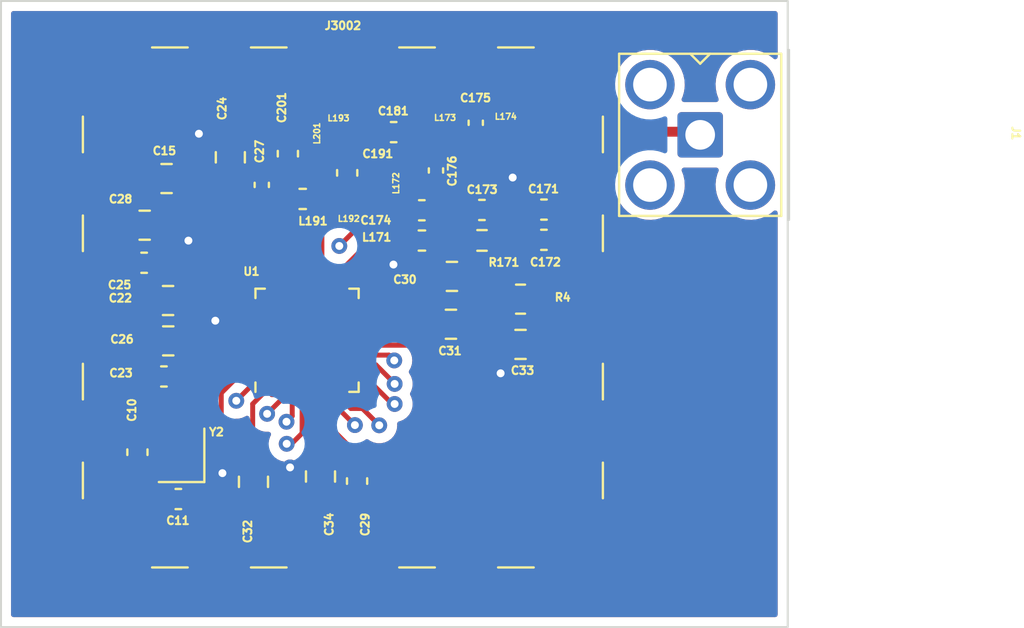
<source format=kicad_pcb>
(kicad_pcb (version 20211014) (generator pcbnew)
  (layers (0 "F.Cu" signal) (1 "In1.Cu" signal) (2 "In2.Cu" signal) (31 "B.Cu" signal) (34 "B.Paste" user) (35 "F.Paste" user) (36 "B.SilkS" user "B.Silkscreen") (37 "F.SilkS" user "F.Silkscreen") (38 "B.Mask" user) (39 "F.Mask" user) (44 "Edge.Cuts" user))
  (net 0 "")
  (net 1 "GND")
  (net 2 "Net-(C10-Pad2)")
  (net 3 "Net-(C11-Pad1)")
  (net 4 "Net-(C15-Pad1)")
  (net 5 "Net-(C15-Pad2)")
  (net 6 "+3V3")
  (net 7 "Net-(C23-Pad1)")
  (net 8 "Net-(C25-Pad1)")
  (net 9 "Net-(C27-Pad1)")
  (net 10 "Net-(C29-Pad1)")
  (net 11 "Net-(C173-Pad2)")
  (net 12 "Net-(C174-Pad1)")
  (net 13 "Net-(U1-Pad17)")
  (net 14 "Net-(C175-Pad1)")
  (net 15 "Net-(C176-Pad1)")
  (net 16 "Net-(C181-Pad2)")
  (net 17 "Net-(C191-Pad1)")
  (net 18 "Net-(C191-Pad2)")
  (net 19 "Net-(C201-Pad1)")
  (net 20 "Net-(J1-Pad1)")
  (net 22 "Net-(R4-Pad1)")
  (net 23 "CC_1_NRST")
  (net 24 "CC_1_GPIO3")
  (net 25 "CC_1_GPIO2")
  (net 26 "CC_1_MOSI")
  (net 27 "CC_1_SCLK")
  (net 28 "CC_1_MISO")
  (net 29 "CC_1_GPIO0")
  (net 30 "CC_1_NCS")
  (footprint "Connector_Coaxial:HJ_Tech_SMA_Horizontal_Board_Edge_RF" (layer "F.Cu") (at 131.0025 47.04 -90)
    (fp_text reference "J1" (at 0 -0.5 -90 unlocked) (layer "F.SilkS") (effects (font (size 0.4 0.4) (thickness 0.1))))
    (fp_text value "Conn_Coaxial")
    (fp_line (start 4.18 11.37) (end 4.18 19.57) (layer "F.SilkS") (width 0.12))
    (fp_line (start -4.02 19.57) (end 4.18 19.57) (layer "F.SilkS") (width 0.12))
    (fp_line (start -3.52 15.47) (end -4.02 14.97) (layer "F.SilkS") (width 0.12))
    (fp_line (start -4.02 11.37) (end 4.18 11.37) (layer "F.SilkS") (width 0.12))
    (fp_line (start -4.02 11.37) (end -4.02 19.57) (layer "F.SilkS") (width 0.12))
    (fp_line (start -4.02 15.97) (end -3.52 15.47) (layer "F.SilkS") (width 0.12))
    (fp_line (start 4.38 10.97) (end -4.22 10.97) (layer "Edge.Cuts") (width 0.1))
    (pad "1" thru_hole roundrect (at 0.08 15.47 270) (size 2.3 2.3) (drill 1.5) (layers *.Cu *.Mask) (roundrect_rratio 0.087) (net 20 "Net-(J1-Pad1)"))
    (pad "2" thru_hole circle (at -2.46 12.93 270) (size 2.5 2.5) (drill 1.7) (layers *.Cu *.Mask) (net 1 "GND"))
    (pad "2" thru_hole circle (at 2.62 12.93 270) (size 2.5 2.5) (drill 1.7) (layers *.Cu *.Mask) (net 1 "GND"))
    (pad "2" thru_hole circle (at -2.46 18.01 270) (size 2.5 2.5) (drill 1.7) (layers *.Cu *.Mask) (net 1 "GND"))
    (pad "2" thru_hole circle (at 2.62 18.01 270) (size 2.5 2.5) (drill 1.7) (layers *.Cu *.Mask) (net 1 "GND"))
  )
  (footprint "Capacitor_SMD:C_0805_2012Metric" (layer "F.Cu") (at 102.977684 54.28)
    (fp_text reference "C30" (at -2.377684 0.16) (layer "F.SilkS") (effects (font (size 0.4 0.4) (thickness 0.1))))
    (fp_text value "47n")
    (fp_line (start -0.261252 -0.735) (end 0.261252 -0.735) (layer "F.SilkS") (width 0.12))
    (fp_line (start -0.261252 0.735) (end 0.261252 0.735) (layer "F.SilkS") (width 0.12))
    (pad "1" smd roundrect (at -0.95 0) (size 1 1.45) (layers "F.Cu" "F.Paste" "F.Mask") (net 6 "+3V3"))
    (pad "2" smd roundrect (at 0.95 0) (size 1 1.45) (layers "F.Cu" "F.Paste" "F.Mask") (net 1 "GND"))
  )
  (footprint "Package_DFN_QFN:QFN-32-1EP_5x5mm_P0.5mm_EP3.45x3.45mm" (layer "F.Cu") (at 95.65 57.51 90)
    (fp_text reference "U1" (at 3.48 -2.81 180) (layer "F.SilkS") (effects (font (size 0.4 0.4) (thickness 0.1))))
    (fp_text value "CC1200")
    (fp_line (start -2.135 2.61) (end -2.61 2.61) (layer "F.SilkS") (width 0.12))
    (fp_line (start 2.135 -2.61) (end 2.61 -2.61) (layer "F.SilkS") (width 0.12))
    (fp_line (start 2.61 2.61) (end 2.61 2.135) (layer "F.SilkS") (width 0.12))
    (fp_line (start -2.135 -2.61) (end -2.61 -2.61) (layer "F.SilkS") (width 0.12))
    (fp_line (start -2.61 2.61) (end -2.61 2.135) (layer "F.SilkS") (width 0.12))
    (fp_line (start 2.61 -2.61) (end 2.61 -2.135) (layer "F.SilkS") (width 0.12))
    (fp_line (start 2.135 2.61) (end 2.61 2.61) (layer "F.SilkS") (width 0.12))
    (pad "1" smd roundrect (at -2.4375 -1.75 90) (size 0.875 0.25) (layers "F.Cu" "F.Paste" "F.Mask") (net 6 "+3V3"))
    (pad "2" smd roundrect (at -2.4375 -1.25 90) (size 0.875 0.25) (layers "F.Cu" "F.Paste" "F.Mask") (net 23 "CC_1_NRST"))
    (pad "3" smd roundrect (at -2.4375 -0.75 90) (size 0.875 0.25) (layers "F.Cu" "F.Paste" "F.Mask") (net 24 "CC_1_GPIO3"))
    (pad "4" smd roundrect (at -2.4375 -0.25 90) (size 0.875 0.25) (layers "F.Cu" "F.Paste" "F.Mask") (net 25 "CC_1_GPIO2"))
    (pad "5" smd roundrect (at -2.4375 0.25 90) (size 0.875 0.25) (layers "F.Cu" "F.Paste" "F.Mask") (net 6 "+3V3"))
    (pad "6" smd roundrect (at -2.4375 0.75 90) (size 0.875 0.25) (layers "F.Cu" "F.Paste" "F.Mask") (net 10 "Net-(C29-Pad1)"))
    (pad "7" smd roundrect (at -2.4375 1.25 90) (size 0.875 0.25) (layers "F.Cu" "F.Paste" "F.Mask") (net 26 "CC_1_MOSI"))
    (pad "8" smd roundrect (at -2.4375 1.75 90) (size 0.875 0.25) (layers "F.Cu" "F.Paste" "F.Mask") (net 27 "CC_1_SCLK"))
    (pad "9" smd roundrect (at -1.75 2.4375 90) (size 0.25 0.875) (layers "F.Cu" "F.Paste" "F.Mask") (net 28 "CC_1_MISO"))
    (pad "10" smd roundrect (at -1.25 2.4375 90) (size 0.25 0.875) (layers "F.Cu" "F.Paste" "F.Mask") (net 29 "CC_1_GPIO0"))
    (pad "11" smd roundrect (at -0.75 2.4375 90) (size 0.25 0.875) (layers "F.Cu" "F.Paste" "F.Mask") (net 30 "CC_1_NCS"))
    (pad "12" smd roundrect (at -0.25 2.4375 90) (size 0.25 0.875) (layers "F.Cu" "F.Paste" "F.Mask") (net 6 "+3V3"))
    (pad "13" smd roundrect (at 0.25 2.4375 90) (size 0.25 0.875) (layers "F.Cu" "F.Paste" "F.Mask") (net 6 "+3V3"))
    (pad "14" smd roundrect (at 0.75 2.4375 90) (size 0.25 0.875) (layers "F.Cu" "F.Paste" "F.Mask") (net 22 "Net-(R4-Pad1)"))
    (pad "15" smd roundrect (at 1.25 2.4375 90) (size 0.25 0.875) (layers "F.Cu" "F.Paste" "F.Mask") (net 6 "+3V3"))
    (pad "16" smd roundrect (at 1.75 2.4375 90) (size 0.25 0.875) (layers "F.Cu" "F.Paste" "F.Mask"))
    (pad "17" smd roundrect (at 2.4375 1.75 90) (size 0.875 0.25) (layers "F.Cu" "F.Paste" "F.Mask") (net 13 "Net-(U1-Pad17)"))
    (pad "18" smd roundrect (at 2.4375 1.25 90) (size 0.875 0.25) (layers "F.Cu" "F.Paste" "F.Mask") (net 16 "Net-(C181-Pad2)"))
    (pad "19" smd roundrect (at 2.4375 0.75 90) (size 0.875 0.25) (layers "F.Cu" "F.Paste" "F.Mask") (net 17 "Net-(C191-Pad1)"))
    (pad "20" smd roundrect (at 2.4375 0.25 90) (size 0.875 0.25) (layers "F.Cu" "F.Paste" "F.Mask") (net 19 "Net-(C201-Pad1)"))
    (pad "21" smd roundrect (at 2.4375 -0.25 90) (size 0.875 0.25) (layers "F.Cu" "F.Paste" "F.Mask") (net 9 "Net-(C27-Pad1)"))
    (pad "22" smd roundrect (at 2.4375 -0.75 90) (size 0.875 0.25) (layers "F.Cu" "F.Paste" "F.Mask") (net 6 "+3V3"))
    (pad "23" smd roundrect (at 2.4375 -1.25 90) (size 0.875 0.25) (layers "F.Cu" "F.Paste" "F.Mask") (net 4 "Net-(C15-Pad1)"))
    (pad "24" smd roundrect (at 2.4375 -1.75 90) (size 0.875 0.25) (layers "F.Cu" "F.Paste" "F.Mask") (net 5 "Net-(C15-Pad2)"))
    (pad "25" smd roundrect (at 1.75 -2.4375 90) (size 0.25 0.875) (layers "F.Cu" "F.Paste" "F.Mask") (net 6 "+3V3"))
    (pad "26" smd roundrect (at 1.25 -2.4375 90) (size 0.25 0.875) (layers "F.Cu" "F.Paste" "F.Mask") (net 8 "Net-(C25-Pad1)"))
    (pad "27" smd roundrect (at 0.75 -2.4375 90) (size 0.25 0.875) (layers "F.Cu" "F.Paste" "F.Mask") (net 6 "+3V3"))
    (pad "28" smd roundrect (at 0.25 -2.4375 90) (size 0.25 0.875) (layers "F.Cu" "F.Paste" "F.Mask") (net 6 "+3V3"))
    (pad "29" smd roundrect (at -0.25 -2.4375 90) (size 0.25 0.875) (layers "F.Cu" "F.Paste" "F.Mask") (net 7 "Net-(C23-Pad1)"))
    (pad "30" smd roundrect (at -0.75 -2.4375 90) (size 0.25 0.875) (layers "F.Cu" "F.Paste" "F.Mask") (net 2 "Net-(C10-Pad2)"))
    (pad "31" smd roundrect (at -1.25 -2.4375 90) (size 0.25 0.875) (layers "F.Cu" "F.Paste" "F.Mask") (net 3 "Net-(C11-Pad1)"))
    (pad "32" smd roundrect (at -1.75 -2.4375 90) (size 0.25 0.875) (layers "F.Cu" "F.Paste" "F.Mask") (net 1 "GND"))
    (pad "33" smd rect (at 0 0 90) (size 3.45 3.45) (layers "F.Cu" "F.Mask") (net 1 "GND"))
  )
  (footprint "Capacitor_SMD:C_0805_2012Metric" (layer "F.Cu") (at 102.927684 56.7)
    (fp_text reference "C31" (at -0.047684 1.35) (layer "F.SilkS") (effects (font (size 0.4 0.4) (thickness 0.1))))
    (fp_text value "47n")
    (fp_line (start -0.261252 0.735) (end 0.261252 0.735) (layer "F.SilkS") (width 0.12))
    (fp_line (start -0.261252 -0.735) (end 0.261252 -0.735) (layer "F.SilkS") (width 0.12))
    (pad "1" smd roundrect (at -0.95 0) (size 1 1.45) (layers "F.Cu" "F.Paste" "F.Mask") (net 6 "+3V3"))
    (pad "2" smd roundrect (at 0.95 0) (size 1 1.45) (layers "F.Cu" "F.Paste" "F.Mask") (net 1 "GND"))
  )
  (footprint "Inductor_SMD:L_0402_1005Metric" (layer "F.Cu") (at 102.632683 46.959539)
    (fp_text reference "L173" (at -0.002683 -0.705001) (layer "F.SilkS") (effects (font (size 0.3 0.3) (thickness 0.075))))
    (fp_text value "43n")
    (pad "1" smd roundrect (at -0.485 0) (size 0.59 0.64) (layers "F.Cu" "F.Paste" "F.Mask") (net 15 "Net-(C176-Pad1)"))
    (pad "2" smd roundrect (at 0.485 0) (size 0.59 0.64) (layers "F.Cu" "F.Paste" "F.Mask") (net 14 "Net-(C175-Pad1)"))
  )
  (footprint "Crystal:Crystal_SMD_2016-4Pin_2.0x1.6mm" (layer "F.Cu") (at 89.305 63.329999 90)
    (fp_text reference "Y2" (at 1.179999 1.765) (layer "F.SilkS") (effects (font (size 0.4 0.4) (thickness 0.1))))
    (fp_text value "40 MHz")
    (fp_line (start -1.35 -1.15) (end -1.35 1.15) (layer "F.SilkS") (width 0.12))
    (fp_line (start -1.35 1.15) (end 1.35 1.15) (layer "F.SilkS") (width 0.12))
    (pad "1" smd rect (at -0.7 0.55 90) (size 0.9 0.8) (layers "F.Cu" "F.Paste" "F.Mask") (net 3 "Net-(C11-Pad1)"))
    (pad "2" smd rect (at 0.7 0.55 90) (size 0.9 0.8) (layers "F.Cu" "F.Paste" "F.Mask"))
    (pad "3" smd rect (at 0.7 -0.55 90) (size 0.9 0.8) (layers "F.Cu" "F.Paste" "F.Mask") (net 2 "Net-(C10-Pad2)"))
    (pad "4" smd rect (at -0.7 -0.55 90) (size 0.9 0.8) (layers "F.Cu" "F.Paste" "F.Mask"))
  )
  (footprint "Capacitor_SMD:C_0603_1608Metric" (layer "F.Cu") (at 89.14 65.54 180)
    (fp_text reference "C11" (at 0.02 -1.09) (layer "F.SilkS") (effects (font (size 0.4 0.4) (thickness 0.1))))
    (fp_text value "12p")
    (fp_line (start -0.14058 0.51) (end 0.14058 0.51) (layer "F.SilkS") (width 0.12))
    (fp_line (start -0.14058 -0.51) (end 0.14058 -0.51) (layer "F.SilkS") (width 0.12))
    (pad "1" smd roundrect (at -0.775 0 180) (size 0.9 0.95) (layers "F.Cu" "F.Paste" "F.Mask") (net 3 "Net-(C11-Pad1)"))
    (pad "2" smd roundrect (at 0.775 0 180) (size 0.9 0.95) (layers "F.Cu" "F.Paste" "F.Mask") (net 1 "GND"))
  )
  (footprint "Capacitor_SMD:C_0603_1608Metric" (layer "F.Cu") (at 101.454692 50.93468 180)
    (fp_text reference "C174" (at 2.324692 -0.50532 180) (layer "F.SilkS") (effects (font (size 0.4 0.4) (thickness 0.1))))
    (fp_text value "39p")
    (fp_line (start -0.14058 -0.51) (end 0.14058 -0.51) (layer "F.SilkS") (width 0.12))
    (fp_line (start -0.14058 0.51) (end 0.14058 0.51) (layer "F.SilkS") (width 0.12))
    (pad "1" smd roundrect (at -0.775 0 180) (size 0.9 0.95) (layers "F.Cu" "F.Paste" "F.Mask") (net 12 "Net-(C174-Pad1)"))
    (pad "2" smd roundrect (at 0.775 0 180) (size 0.9 0.95) (layers "F.Cu" "F.Paste" "F.Mask") (net 13 "Net-(U1-Pad17)"))
  )
  (footprint "Capacitor_SMD:C_0805_2012Metric" (layer "F.Cu") (at 88.62 55.5 180)
    (fp_text reference "C22" (at 2.41 0.12 180) (layer "F.SilkS") (effects (font (size 0.4 0.4) (thickness 0.1))))
    (fp_text value "47n")
    (fp_line (start -0.261252 0.735) (end 0.261252 0.735) (layer "F.SilkS") (width 0.12))
    (fp_line (start -0.261252 -0.735) (end 0.261252 -0.735) (layer "F.SilkS") (width 0.12))
    (pad "1" smd roundrect (at -0.95 0 180) (size 1 1.45) (layers "F.Cu" "F.Paste" "F.Mask") (net 6 "+3V3"))
    (pad "2" smd roundrect (at 0.95 0 180) (size 1 1.45) (layers "F.Cu" "F.Paste" "F.Mask") (net 1 "GND"))
  )
  (footprint "Inductor_SMD:L_0402_1005Metric" (layer "F.Cu") (at 98.96 49.93 90)
    (fp_text reference "L192" (at -1.43 -1.2 180) (layer "F.SilkS") (effects (font (size 0.3 0.3) (thickness 0.075))))
    (fp_text value "27n")
    (pad "1" smd roundrect (at -0.485 0 90) (size 0.59 0.64) (layers "F.Cu" "F.Paste" "F.Mask") (net 1 "GND"))
    (pad "2" smd roundrect (at 0.485 0 90) (size 0.59 0.64) (layers "F.Cu" "F.Paste" "F.Mask") (net 17 "Net-(C191-Pad1)"))
  )
  (footprint "Capacitor_SMD:C_0805_2012Metric" (layer "F.Cu") (at 87.436918 51.69 180)
    (fp_text reference "C28" (at 1.216918 1.32 180) (layer "F.SilkS") (effects (font (size 0.4 0.4) (thickness 0.1))))
    (fp_text value "47n")
    (fp_line (start -0.261252 -0.735) (end 0.261252 -0.735) (layer "F.SilkS") (width 0.12))
    (fp_line (start -0.261252 0.735) (end 0.261252 0.735) (layer "F.SilkS") (width 0.12))
    (pad "1" smd roundrect (at -0.95 0 180) (size 1 1.45) (layers "F.Cu" "F.Paste" "F.Mask") (net 6 "+3V3"))
    (pad "2" smd roundrect (at 0.95 0 180) (size 1 1.45) (layers "F.Cu" "F.Paste" "F.Mask") (net 1 "GND"))
  )
  (footprint "Inductor_SMD:L_0603_1608Metric" (layer "F.Cu") (at 101.46 52.465001)
    (fp_text reference "L171" (at -2.2875 -0.165001) (layer "F.SilkS") (effects (font (size 0.4 0.4) (thickness 0.1))))
    (fp_text value "56n")
    (fp_line (start -0.162779 -0.51) (end 0.162779 -0.51) (layer "F.SilkS") (width 0.12))
    (fp_line (start -0.162779 0.51) (end 0.162779 0.51) (layer "F.SilkS") (width 0.12))
    (pad "1" smd roundrect (at -0.7875 0) (size 0.875 0.95) (layers "F.Cu" "F.Paste" "F.Mask") (net 13 "Net-(U1-Pad17)"))
    (pad "2" smd roundrect (at 0.7875 0) (size 0.875 0.95) (layers "F.Cu" "F.Paste" "F.Mask") (net 11 "Net-(C173-Pad2)"))
  )
  (footprint "Capacitor_SMD:C_0805_2012Metric" (layer "F.Cu") (at 88.63 57.54 180)
    (fp_text reference "C26" (at 2.34 0.08 180) (layer "F.SilkS") (effects (font (size 0.4 0.4) (thickness 0.1))))
    (fp_text value "47n")
    (fp_line (start -0.261252 -0.735) (end 0.261252 -0.735) (layer "F.SilkS") (width 0.12))
    (fp_line (start -0.261252 0.735) (end 0.261252 0.735) (layer "F.SilkS") (width 0.12))
    (pad "1" smd roundrect (at -0.95 0 180) (size 1 1.45) (layers "F.Cu" "F.Paste" "F.Mask") (net 6 "+3V3"))
    (pad "2" smd roundrect (at 0.95 0 180) (size 1 1.45) (layers "F.Cu" "F.Paste" "F.Mask") (net 1 "GND"))
  )
  (footprint "Capacitor_SMD:C_0603_1608Metric" (layer "F.Cu") (at 98.18 64.63 -90)
    (fp_text reference "C29" (at 2.2 -0.41 -90) (layer "F.SilkS") (effects (font (size 0.4 0.4) (thickness 0.1))))
    (fp_text value "220n")
    (fp_line (start -0.14058 -0.51) (end 0.14058 -0.51) (layer "F.SilkS") (width 0.12))
    (fp_line (start -0.14058 0.51) (end 0.14058 0.51) (layer "F.SilkS") (width 0.12))
    (pad "1" smd roundrect (at -0.775 0 270) (size 0.9 0.95) (layers "F.Cu" "F.Paste" "F.Mask") (net 10 "Net-(C29-Pad1)"))
    (pad "2" smd roundrect (at 0.775 0 270) (size 0.9 0.95) (layers "F.Cu" "F.Paste" "F.Mask") (net 1 "GND"))
  )
  (footprint "Capacitor_SMD:C_0603_1608Metric" (layer "F.Cu") (at 107.63 52.43)
    (fp_text reference "C172" (at 0.077991 1.13) (layer "F.SilkS") (effects (font (size 0.4 0.4) (thickness 0.1))))
    (fp_text value "100p")
    (fp_line (start -0.14058 -0.51) (end 0.14058 -0.51) (layer "F.SilkS") (width 0.12))
    (fp_line (start -0.14058 0.51) (end 0.14058 0.51) (layer "F.SilkS") (width 0.12))
    (pad "1" smd roundrect (at -0.775 0) (size 0.9 0.95) (layers "F.Cu" "F.Paste" "F.Mask") (net 6 "+3V3"))
    (pad "2" smd roundrect (at 0.775 0) (size 0.9 0.95) (layers "F.Cu" "F.Paste" "F.Mask") (net 1 "GND"))
  )
  (footprint "Capacitor_SMD:C_0805_2012Metric" (layer "F.Cu") (at 91.77 48.25614 90)
    (fp_text reference "C24" (at 2.470001 -0.415 90) (layer "F.SilkS") (effects (font (size 0.4 0.4) (thickness 0.1))))
    (fp_text value "47n")
    (fp_line (start -0.261252 -0.735) (end 0.261252 -0.735) (layer "F.SilkS") (width 0.12))
    (fp_line (start -0.261252 0.735) (end 0.261252 0.735) (layer "F.SilkS") (width 0.12))
    (pad "1" smd roundrect (at -0.95 0 90) (size 1 1.45) (layers "F.Cu" "F.Paste" "F.Mask") (net 6 "+3V3"))
    (pad "2" smd roundrect (at 0.95 0 90) (size 1 1.45) (layers "F.Cu" "F.Paste" "F.Mask") (net 1 "GND"))
  )
  (footprint "Inductor_SMD:L_0402_1005Metric" (layer "F.Cu") (at 100.857683 48.942282 90)
    (fp_text reference "L172" (at -0.627718 -0.707683 90) (layer "F.SilkS") (effects (font (size 0.3 0.3) (thickness 0.075))))
    (fp_text value "15n")
    (pad "1" smd roundrect (at -0.485 0 90) (size 0.59 0.64) (layers "F.Cu" "F.Paste" "F.Mask") (net 12 "Net-(C174-Pad1)"))
    (pad "2" smd roundrect (at 0.485 0 90) (size 0.59 0.64) (layers "F.Cu" "F.Paste" "F.Mask") (net 15 "Net-(C176-Pad1)"))
  )
  (footprint "Inductor_SMD:L_0603_1608Metric" (layer "F.Cu") (at 95.43 50.362281 180)
    (fp_text reference "L191" (at -0.52 -1.12 180) (layer "F.SilkS") (effects (font (size 0.4 0.4) (thickness 0.1))))
    (fp_text value "56n")
    (fp_line (start -0.162779 -0.51) (end 0.162779 -0.51) (layer "F.SilkS") (width 0.12))
    (fp_line (start -0.162779 0.51) (end 0.162779 0.51) (layer "F.SilkS") (width 0.12))
    (pad "1" smd roundrect (at -0.7875 0 180) (size 0.875 0.95) (layers "F.Cu" "F.Paste" "F.Mask") (net 17 "Net-(C191-Pad1)"))
    (pad "2" smd roundrect (at 0.7875 0 180) (size 0.875 0.95) (layers "F.Cu" "F.Paste" "F.Mask") (net 19 "Net-(C201-Pad1)"))
  )
  (footprint "Capacitor_SMD:C_0603_1608Metric" (layer "F.Cu") (at 88.41 59.34 180)
    (fp_text reference "C23" (at 2.17 0.17 180) (layer "F.SilkS") (effects (font (size 0.4 0.4) (thickness 0.1))))
    (fp_text value "47n")
    (fp_line (start -0.14058 -0.51) (end 0.14058 -0.51) (layer "F.SilkS") (width 0.12))
    (fp_line (start -0.14058 0.51) (end 0.14058 0.51) (layer "F.SilkS") (width 0.12))
    (pad "1" smd roundrect (at -0.775 0 180) (size 0.9 0.95) (layers "F.Cu" "F.Paste" "F.Mask") (net 7 "Net-(C23-Pad1)"))
    (pad "2" smd roundrect (at 0.775 0 180) (size 0.9 0.95) (layers "F.Cu" "F.Paste" "F.Mask") (net 1 "GND"))
  )
  (footprint "Capacitor_SMD:C_0603_1608Metric" (layer "F.Cu") (at 87.41 53.59 180)
    (fp_text reference "C25" (at 1.24 -1.12 180) (layer "F.SilkS") (effects (font (size 0.4 0.4) (thickness 0.1))))
    (fp_text value "47n")
    (fp_line (start -0.14058 0.51) (end 0.14058 0.51) (layer "F.SilkS") (width 0.12))
    (fp_line (start -0.14058 -0.51) (end 0.14058 -0.51) (layer "F.SilkS") (width 0.12))
    (pad "1" smd roundrect (at -0.775 0 180) (size 0.9 0.95) (layers "F.Cu" "F.Paste" "F.Mask") (net 8 "Net-(C25-Pad1)"))
    (pad "2" smd roundrect (at 0.775 0 180) (size 0.9 0.95) (layers "F.Cu" "F.Paste" "F.Mask") (net 1 "GND"))
  )
  (footprint "Capacitor_SMD:C_0603_1608Metric" (layer "F.Cu") (at 104.494817 50.92 180)
    (fp_text reference "C173" (at -0.01 1.03 180) (layer "F.SilkS") (effects (font (size 0.4 0.4) (thickness 0.1))))
    (fp_text value "56p")
    (fp_line (start -0.14058 -0.51) (end 0.14058 -0.51) (layer "F.SilkS") (width 0.12))
    (fp_line (start -0.14058 0.51) (end 0.14058 0.51) (layer "F.SilkS") (width 0.12))
    (pad "1" smd roundrect (at -0.775 0 180) (size 0.9 0.95) (layers "F.Cu" "F.Paste" "F.Mask") (net 6 "+3V3"))
    (pad "2" smd roundrect (at 0.775 0 180) (size 0.9 0.95) (layers "F.Cu" "F.Paste" "F.Mask") (net 11 "Net-(C173-Pad2)"))
  )
  (footprint "Capacitor_SMD:C_0805_2012Metric" (layer "F.Cu") (at 96.33 64.4 -90)
    (fp_text reference "C34" (at 2.42 -0.44 -90) (layer "F.SilkS") (effects (font (size 0.4 0.4) (thickness 0.1))))
    (fp_text value "47n")
    (fp_line (start -0.261252 0.735) (end 0.261252 0.735) (layer "F.SilkS") (width 0.12))
    (fp_line (start -0.261252 -0.735) (end 0.261252 -0.735) (layer "F.SilkS") (width 0.12))
    (pad "1" smd roundrect (at -0.95 0 270) (size 1 1.45) (layers "F.Cu" "F.Paste" "F.Mask") (net 6 "+3V3"))
    (pad "2" smd roundrect (at 0.95 0 270) (size 1 1.45) (layers "F.Cu" "F.Paste" "F.Mask") (net 1 "GND"))
  )
  (footprint "Capacitor_SMD:C_0805_2012Metric" (layer "F.Cu") (at 106.447684 57.72)
    (fp_text reference "C33" (at 0.102316 1.32) (layer "F.SilkS") (effects (font (size 0.4 0.4) (thickness 0.1))))
    (fp_text value "47n")
    (fp_line (start -0.261252 0.735) (end 0.261252 0.735) (layer "F.SilkS") (width 0.12))
    (fp_line (start -0.261252 -0.735) (end 0.261252 -0.735) (layer "F.SilkS") (width 0.12))
    (pad "1" smd roundrect (at -0.95 0) (size 1 1.45) (layers "F.Cu" "F.Paste" "F.Mask") (net 6 "+3V3"))
    (pad "2" smd roundrect (at 0.95 0) (size 1 1.45) (layers "F.Cu" "F.Paste" "F.Mask") (net 1 "GND"))
  )
  (footprint "Inductor_SMD:L_0402_1005Metric" (layer "F.Cu") (at 96.07 48.622281 -90)
    (fp_text reference "L201" (at -1.575001 -0.08 90) (layer "F.SilkS") (effects (font (size 0.3 0.3) (thickness 0.075))))
    (fp_text value "27n")
    (pad "1" smd roundrect (at -0.485 0 270) (size 0.59 0.64) (layers "F.Cu" "F.Paste" "F.Mask") (net 18 "Net-(C191-Pad2)"))
    (pad "2" smd roundrect (at 0.485 0 270) (size 0.59 0.64) (layers "F.Cu" "F.Paste" "F.Mask") (net 19 "Net-(C201-Pad1)"))
  )
  (footprint "Capacitor_SMD:C_0402_1005Metric" (layer "F.Cu") (at 102.17 48.922281 -90)
    (fp_text reference "C176" (at 0.027719 -0.82 -90) (layer "F.SilkS") (effects (font (size 0.4 0.4) (thickness 0.1))))
    (fp_text value "2.2p")
    (fp_line (start -0.107836 0.36) (end 0.107836 0.36) (layer "F.SilkS") (width 0.12))
    (fp_line (start -0.107836 -0.36) (end 0.107836 -0.36) (layer "F.SilkS") (width 0.12))
    (pad "1" smd roundrect (at -0.48 0 270) (size 0.56 0.62) (layers "F.Cu" "F.Paste" "F.Mask") (net 15 "Net-(C176-Pad1)"))
    (pad "2" smd roundrect (at 0.48 0 270) (size 0.56 0.62) (layers "F.Cu" "F.Paste" "F.Mask") (net 12 "Net-(C174-Pad1)"))
  )
  (footprint "Inductor_SMD:L_0402_1005Metric" (layer "F.Cu") (at 97.41 46.992281)
    (fp_text reference "L193" (at -0.17 -0.715001) (layer "F.SilkS") (effects (font (size 0.3 0.3) (thickness 0.075))))
    (fp_text value "15n")
    (pad "1" smd roundrect (at -0.485 0) (size 0.59 0.64) (layers "F.Cu" "F.Paste" "F.Mask") (net 18 "Net-(C191-Pad2)"))
    (pad "2" smd roundrect (at 0.485 0) (size 0.59 0.64) (layers "F.Cu" "F.Paste" "F.Mask") (net 16 "Net-(C181-Pad2)"))
  )
  (footprint "Capacitor_SMD:C_0603_1608Metric" (layer "F.Cu") (at 100.03 46.982281 180)
    (fp_text reference "C181" (at 0.017683 1.065001 180) (layer "F.SilkS") (effects (font (size 0.4 0.4) (thickness 0.1))))
    (fp_text value "5.1p")
    (fp_line (start -0.14058 -0.51) (end 0.14058 -0.51) (layer "F.SilkS") (width 0.12))
    (fp_line (start -0.14058 0.51) (end 0.14058 0.51) (layer "F.SilkS") (width 0.12))
    (pad "1" smd roundrect (at -0.775 0 180) (size 0.9 0.95) (layers "F.Cu" "F.Paste" "F.Mask") (net 15 "Net-(C176-Pad1)"))
    (pad "2" smd roundrect (at 0.775 0 180) (size 0.9 0.95) (layers "F.Cu" "F.Paste" "F.Mask") (net 16 "Net-(C181-Pad2)"))
  )
  (footprint "Capacitor_SMD:C_0402_1005Metric" (layer "F.Cu") (at 104.182683 46.509539 90)
    (fp_text reference "C175" (at 1.255001 -0.012683 180) (layer "F.SilkS") (effects (font (size 0.4 0.4) (thickness 0.1))))
    (fp_text value "6.2p")
    (fp_line (start -0.107836 -0.36) (end 0.107836 -0.36) (layer "F.SilkS") (width 0.12))
    (fp_line (start -0.107836 0.36) (end 0.107836 0.36) (layer "F.SilkS") (width 0.12))
    (pad "1" smd roundrect (at -0.48 0 90) (size 0.56 0.62) (layers "F.Cu" "F.Paste" "F.Mask") (net 14 "Net-(C175-Pad1)"))
    (pad "2" smd roundrect (at 0.48 0 90) (size 0.56 0.62) (layers "F.Cu" "F.Paste" "F.Mask") (net 1 "GND"))
  )
  (footprint "Capacitor_SMD:C_0603_1608Metric" (layer "F.Cu") (at 97.68 49.042281 90)
    (fp_text reference "C191" (at 0.962281 1.55 180) (layer "F.SilkS") (effects (font (size 0.4 0.4) (thickness 0.1))))
    (fp_text value "5.1p")
    (fp_line (start -0.14058 0.51) (end 0.14058 0.51) (layer "F.SilkS") (width 0.12))
    (fp_line (start -0.14058 -0.51) (end 0.14058 -0.51) (layer "F.SilkS") (width 0.12))
    (pad "1" smd roundrect (at -0.775 0 90) (size 0.9 0.95) (layers "F.Cu" "F.Paste" "F.Mask") (net 17 "Net-(C191-Pad1)"))
    (pad "2" smd roundrect (at 0.775 0 90) (size 0.9 0.95) (layers "F.Cu" "F.Paste" "F.Mask") (net 18 "Net-(C191-Pad2)"))
  )
  (footprint "Capacitor_SMD:C_0603_1608Metric" (layer "F.Cu") (at 94.68 48.072281 90)
    (fp_text reference "C201" (at 2.33 -0.31 90) (layer "F.SilkS") (effects (font (size 0.4 0.4) (thickness 0.1))))
    (fp_text value "5.1p")
    (fp_line (start -0.14058 0.51) (end 0.14058 0.51) (layer "F.SilkS") (width 0.12))
    (fp_line (start -0.14058 -0.51) (end 0.14058 -0.51) (layer "F.SilkS") (width 0.12))
    (pad "1" smd roundrect (at -0.775 0 90) (size 0.9 0.95) (layers "F.Cu" "F.Paste" "F.Mask") (net 19 "Net-(C201-Pad1)"))
    (pad "2" smd roundrect (at 0.775 0 90) (size 0.9 0.95) (layers "F.Cu" "F.Paste" "F.Mask") (net 1 "GND"))
  )
  (footprint "Inductor_SMD:L_0402_1005Metric" (layer "F.Cu") (at 105.682683 46.934539)
    (fp_text reference "L174" (at 0.017317 -0.740001) (layer "F.SilkS") (effects (font (size 0.3 0.3) (thickness 0.075))))
    (fp_text value "22n")
    (pad "1" smd roundrect (at -0.485 0) (size 0.59 0.64) (layers "F.Cu" "F.Paste" "F.Mask") (net 14 "Net-(C175-Pad1)"))
    (pad "2" smd roundrect (at 0.485 0) (size 0.59 0.64) (layers "F.Cu" "F.Paste" "F.Mask") (net 20 "Net-(J1-Pad1)"))
  )
  (footprint "Capacitor_SMD:C_0603_1608Metric" (layer "F.Cu") (at 87.07 63.17 90)
    (fp_text reference "C10" (at 2.13 -0.28 90) (layer "F.SilkS") (effects (font (size 0.4 0.4) (thickness 0.1))))
    (fp_text value "12p")
    (fp_line (start -0.14058 0.51) (end 0.14058 0.51) (layer "F.SilkS") (width 0.12))
    (fp_line (start -0.14058 -0.51) (end 0.14058 -0.51) (layer "F.SilkS") (width 0.12))
    (pad "1" smd roundrect (at -0.775 0 90) (size 0.9 0.95) (layers "F.Cu" "F.Paste" "F.Mask") (net 1 "GND"))
    (pad "2" smd roundrect (at 0.775 0 90) (size 0.9 0.95) (layers "F.Cu" "F.Paste" "F.Mask") (net 2 "Net-(C10-Pad2)"))
  )
  (footprint "Resistor_SMD:R_0805_2012Metric" (layer "F.Cu") (at 106.447684 55.43)
    (fp_text reference "R4" (at 2.132316 -0.09) (layer "F.SilkS") (effects (font (size 0.4 0.4) (thickness 0.1))))
    (fp_text value "56k")
    (fp_line (start -0.227064 0.735) (end 0.227064 0.735) (layer "F.SilkS") (width 0.12))
    (fp_line (start -0.227064 -0.735) (end 0.227064 -0.735) (layer "F.SilkS") (width 0.12))
    (pad "1" smd roundrect (at -0.9125 0) (size 1.025 1.4) (layers "F.Cu" "F.Paste" "F.Mask") (roundrect_rratio 0.243902) (net 22 "Net-(R4-Pad1)"))
    (pad "2" smd roundrect (at 0.9125 0) (size 1.025 1.4) (layers "F.Cu" "F.Paste" "F.Mask") (roundrect_rratio 0.243902) (net 1 "GND"))
  )
  (footprint "Capacitor_SMD:C_0402_1005Metric" (layer "F.Cu") (at 93.36 49.652281 90)
    (fp_text reference "C27" (at 1.692281 -0.11 90) (layer "F.SilkS") (effects (font (size 0.4 0.4) (thickness 0.1))))
    (fp_text value "10n")
    (fp_line (start -0.107836 -0.36) (end 0.107836 -0.36) (layer "F.SilkS") (width 0.12))
    (fp_line (start -0.107836 0.36) (end 0.107836 0.36) (layer "F.SilkS") (width 0.12))
    (pad "1" smd roundrect (at -0.48 0 90) (size 0.56 0.62) (layers "F.Cu" "F.Paste" "F.Mask") (net 9 "Net-(C27-Pad1)"))
    (pad "2" smd roundrect (at 0.48 0 90) (size 0.56 0.62) (layers "F.Cu" "F.Paste" "F.Mask") (net 1 "GND"))
  )
  (footprint "Resistor_SMD:R_0603_1608Metric" (layer "F.Cu") (at 104.5 52.46 180)
    (fp_text reference "R171" (at -1.107527 -1.109999 180) (layer "F.SilkS") (effects (font (size 0.4 0.4) (thickness 0.1))))
    (fp_text value "18")
    (fp_line (start -0.237258 0.5225) (end 0.237258 0.5225) (layer "F.SilkS") (width 0.12))
    (fp_line (start -0.237258 -0.5225) (end 0.237258 -0.5225) (layer "F.SilkS") (width 0.12))
    (pad "1" smd roundrect (at -0.825 0 180) (size 0.8 0.95) (layers "F.Cu" "F.Paste" "F.Mask") (net 6 "+3V3"))
    (pad "2" smd roundrect (at 0.825 0 180) (size 0.8 0.95) (layers "F.Cu" "F.Paste" "F.Mask") (net 11 "Net-(C173-Pad2)"))
  )
  (footprint "Capacitor_SMD:C_0805_2012Metric" (layer "F.Cu") (at 88.545079 49.33 180)
    (fp_text reference "C15" (at 0.11 1.4) (layer "F.SilkS") (effects (font (size 0.4 0.4) (thickness 0.1))))
    (fp_text value "1.5n")
    (fp_line (start -0.261252 0.735) (end 0.261252 0.735) (layer "F.SilkS") (width 0.12))
    (fp_line (start -0.261252 -0.735) (end 0.261252 -0.735) (layer "F.SilkS") (width 0.12))
    (pad "1" smd roundrect (at -0.95 0 180) (size 1 1.45) (layers "F.Cu" "F.Paste" "F.Mask") (net 4 "Net-(C15-Pad1)"))
    (pad "2" smd roundrect (at 0.95 0 180) (size 1 1.45) (layers "F.Cu" "F.Paste" "F.Mask") (net 5 "Net-(C15-Pad2)"))
  )
  (footprint "Capacitor_SMD:C_0805_2012Metric" (layer "F.Cu") (at 92.94 64.669946 -90)
    (fp_text reference "C32" (at 2.51 0.29 -90) (layer "F.SilkS") (effects (font (size 0.4 0.4) (thickness 0.1))))
    (fp_text value "47n")
    (fp_line (start -0.261252 -0.735) (end 0.261252 -0.735) (layer "F.SilkS") (width 0.12))
    (fp_line (start -0.261252 0.735) (end 0.261252 0.735) (layer "F.SilkS") (width 0.12))
    (pad "1" smd roundrect (at -0.95 0 270) (size 1 1.45) (layers "F.Cu" "F.Paste" "F.Mask") (net 6 "+3V3"))
    (pad "2" smd roundrect (at 0.95 0 270) (size 1 1.45) (layers "F.Cu" "F.Paste" "F.Mask") (net 1 "GND"))
  )
  (footprint "RF_Shielding:Wuerth_36103255_25x25mm" (layer "F.Cu") (at 97.46234 55.849271)
    (fp_text reference "J3002" (at 0 -14.25) (layer "F.SilkS") (effects (font (size 0.4 0.4) (thickness 0.1))))
    (fp_text value "RFShield_OnePiece")
    (fp_line (start -13.15 7.85) (end -13.15 9.65) (layer "F.SilkS") (width 0.12))
    (fp_line (start -4.65 -13.15) (end -2.85 -13.15) (layer "F.SilkS") (width 0.12))
    (fp_line (start 7.85 13.15) (end 9.65 13.15) (layer "F.SilkS") (width 0.12))
    (fp_line (start 7.85 -13.15) (end 9.65 -13.15) (layer "F.SilkS") (width 0.12))
    (fp_line (start 2.85 13.15) (end 4.65 13.15) (layer "F.SilkS") (width 0.12))
    (fp_line (start -9.65 13.15) (end -7.85 13.15) (layer "F.SilkS") (width 0.12))
    (fp_line (start -4.65 13.15) (end -2.85 13.15) (layer "F.SilkS") (width 0.12))
    (fp_line (start -13.15 -9.65) (end -13.15 -7.85) (layer "F.SilkS") (width 0.12))
    (fp_line (start -9.65 -13.15) (end -7.85 -13.15) (layer "F.SilkS") (width 0.12))
    (fp_line (start -13.15 -4.65) (end -13.15 -2.85) (layer "F.SilkS") (width 0.12))
    (fp_line (start 13.15 7.85) (end 13.15 9.65) (layer "F.SilkS") (width 0.12))
    (fp_line (start 13.15 2.85) (end 13.15 4.65) (layer "F.SilkS") (width 0.12))
    (fp_line (start -13.15 2.85) (end -13.15 4.65) (layer "F.SilkS") (width 0.12))
    (fp_line (start 13.15 -4.65) (end 13.15 -2.85) (layer "F.SilkS") (width 0.12))
    (fp_line (start 2.85 -13.15) (end 4.65 -13.15) (layer "F.SilkS") (width 0.12))
    (fp_line (start 13.15 -9.65) (end 13.15 -7.85) (layer "F.SilkS") (width 0.12))
    (pad "1" smd rect (at -11.1 -12.75) (size 2.3 1) (layers "F.Cu" "F.Paste" "F.Mask"))
    (pad "1" smd rect (at 12.75 11.1) (size 1 2.3) (layers "F.Cu" "F.Paste" "F.Mask"))
    (pad "1" smd rect (at 12.75 -6.25) (size 1 2.6) (layers "F.Cu" "F.Paste" "F.Mask"))
    (pad "1" smd rect (at -12.75 12.75) (size 1 1) (layers "F.Cu" "F.Paste" "F.Mask"))
    (pad "1" smd rect (at 0 12.75) (size 5.1 1) (layers "F.Cu" "F.Paste" "F.Mask"))
    (pad "1" smd rect (at -11.1 12.75) (size 2.3 1) (layers "F.Cu" "F.Paste" "F.Mask"))
    (pad "1" smd rect (at -6.25 12.75) (size 2.6 1) (layers "F.Cu" "F.Paste" "F.Mask"))
    (pad "1" smd rect (at 11.1 -12.75) (size 2.3 1) (layers "F.Cu" "F.Paste" "F.Mask"))
    (pad "1" smd rect (at -12.75 -6.25) (size 1 2.6) (layers "F.Cu" "F.Paste" "F.Mask"))
    (pad "1" smd rect (at 12.75 0) (size 1 5.1) (layers "F.Cu" "F.Paste" "F.Mask"))
    (pad "1" smd rect (at 6.25 -12.75) (size 2.6 1) (layers "F.Cu" "F.Paste" "F.Mask"))
    (pad "1" smd rect (at 0 -12.75) (size 5.1 1) (layers "F.Cu" "F.Paste" "F.Mask"))
    (pad "1" smd rect (at 12.75 -12.75) (size 1 1) (layers "F.Cu" "F.Paste" "F.Mask"))
    (pad "1" smd rect (at 11.1 12.75) (size 2.3 1) (layers "F.Cu" "F.Paste" "F.Mask"))
    (pad "1" smd rect (at -12.75 -12.75) (size 1 1) (layers "F.Cu" "F.Paste" "F.Mask"))
    (pad "1" smd rect (at -12.75 0) (size 1 5.1) (layers "F.Cu" "F.Paste" "F.Mask"))
    (pad "1" smd rect (at 6.25 12.75) (size 2.6 1) (layers "F.Cu" "F.Paste" "F.Mask"))
    (pad "1" smd rect (at 12.75 12.75) (size 1 1) (layers "F.Cu" "F.Paste" "F.Mask"))
    (pad "1" smd rect (at -12.75 11.1) (size 1 2.3) (layers "F.Cu" "F.Paste" "F.Mask"))
    (pad "1" smd rect (at 12.75 -11.1) (size 1 2.3) (layers "F.Cu" "F.Paste" "F.Mask"))
    (pad "1" smd rect (at 12.75 6.25) (size 1 2.6) (layers "F.Cu" "F.Paste" "F.Mask"))
    (pad "1" smd rect (at -6.25 -12.75) (size 2.6 1) (layers "F.Cu" "F.Paste" "F.Mask"))
    (pad "1" smd rect (at -12.75 6.25) (size 1 2.6) (layers "F.Cu" "F.Paste" "F.Mask"))
    (pad "1" smd rect (at -12.75 -11.1) (size 1 2.3) (layers "F.Cu" "F.Paste" "F.Mask"))
  )
  (footprint "Capacitor_SMD:C_0603_1608Metric" (layer "F.Cu") (at 107.632009 50.9)
    (fp_text reference "C171" (at -0.02 -1.04) (layer "F.SilkS") (effects (font (size 0.4 0.4) (thickness 0.1))))
    (fp_text value "10n")
    (fp_line (start -0.14058 0.51) (end 0.14058 0.51) (layer "F.SilkS") (width 0.12))
    (fp_line (start -0.14058 -0.51) (end 0.14058 -0.51) (layer "F.SilkS") (width 0.12))
    (pad "1" smd roundrect (at -0.775 0) (size 0.9 0.95) (layers "F.Cu" "F.Paste" "F.Mask") (net 6 "+3V3"))
    (pad "2" smd roundrect (at 0.775 0) (size 0.9 0.95) (layers "F.Cu" "F.Paste" "F.Mask") (net 1 "GND"))
  )
  (gr_rect (start 80.17 40.35) (end 119.96 72.02) (layer "Edge.Cuts") (width 0.1) (fill none))
  (segment (start 93.2125 59.4275) (end 92.07 60.57) (width 0.25) (layer "F.Cu") (net 1))
  (segment (start 97.28 52.74) (end 98.96 51.06) (width 0.25) (layer "F.Cu") (net 1))
  (segment (start 98.96 51.06) (end 98.96 50.415) (width 0.25) (layer "F.Cu") (net 1))
  (segment (start 93.2125 59.26) (end 93.2125 59.4275) (width 0.25) (layer "F.Cu") (net 1))
  (via (at 92.07 60.57) (size 0.8) (drill 0.4) (layers "F.Cu" "B.Cu") (net 1))
  (via (at 97.28 52.74) (size 0.8) (drill 0.4) (layers "F.Cu" "B.Cu") (net 1))
  (segment (start 87.07 62.395) (end 88.520001 62.395) (width 0.25) (layer "F.Cu") (net 2))
  (segment (start 93.2125 58.26) (end 91.94 58.26) (width 0.25) (layer "F.Cu") (net 2))
  (segment (start 88.755 62.629999) (end 88.755 61.445) (width 0.25) (layer "F.Cu") (net 2))
  (segment (start 88.755 61.445) (end 91.655 58.545) (width 0.25) (layer "F.Cu") (net 2))
  (segment (start 91.94 58.26) (end 91.655 58.545) (width 0.25) (layer "F.Cu") (net 2))
  (segment (start 91.31 60.17767) (end 91.31 62.574999) (width 0.25) (layer "F.Cu") (net 3))
  (segment (start 89.855 65.48) (end 89.915 65.54) (width 0.25) (layer "F.Cu") (net 3))
  (segment (start 91.31 62.574999) (end 89.855 64.029999) (width 0.25) (layer "F.Cu") (net 3))
  (segment (start 92.727671 58.76) (end 91.31 60.17767) (width 0.25) (layer "F.Cu") (net 3))
  (segment (start 93.2125 58.76) (end 92.727671 58.76) (width 0.25) (layer "F.Cu") (net 3))
  (segment (start 89.855 64.029999) (end 89.855 65.48) (width 0.25) (layer "F.Cu") (net 3))
  (segment (start 91.526515 51.361436) (end 89.495079 49.33) (width 0.25) (layer "F.Cu") (net 4))
  (segment (start 91.69 51.361436) (end 94.4 54.071436) (width 0.25) (layer "F.Cu") (net 4))
  (segment (start 91.69 51.361436) (end 91.526515 51.361436) (width 0.25) (layer "F.Cu") (net 4))
  (segment (start 94.4 54.071436) (end 94.4 55.0725) (width 0.25) (layer "F.Cu") (net 4))
  (segment (start 89.355 50.485) (end 91.4 52.53) (width 0.25) (layer "F.Cu") (net 5))
  (segment (start 91.4 52.53) (end 92.07 52.53) (width 0.25) (layer "F.Cu") (net 5))
  (segment (start 93.9 54.36) (end 93.9 55.0725) (width 0.25) (layer "F.Cu") (net 5))
  (segment (start 89.355 50.485) (end 88.035 50.485) (width 0.25) (layer "F.Cu") (net 5))
  (segment (start 88.035 50.485) (end 87.595079 50.045079) (width 0.25) (layer "F.Cu") (net 5))
  (segment (start 92.07 52.53) (end 93.9 54.36) (width 0.25) (layer "F.Cu") (net 5))
  (segment (start 87.595079 50.045079) (end 87.595079 49.33) (width 0.25) (layer "F.Cu") (net 5))
  (segment (start 91.28 55.5) (end 92.54 56.76) (width 0.25) (layer "F.Cu") (net 6))
  (segment (start 101.85 58.13) (end 105.087684 58.13) (width 0.25) (layer "F.Cu") (net 6))
  (segment (start 89.81 51.69) (end 88.386918 51.69) (width 0.25) (layer "F.Cu") (net 6))
  (segment (start 92.9 63.679946) (end 92.94 63.719946) (width 0.25) (layer "F.Cu") (net 6))
  (segment (start 101.977684 58.002316) (end 101.85 58.13) (width 0.25) (layer "F.Cu") (net 6))
  (segment (start 92.2 55.141294) (end 92.2 54.08) (width 0.25) (layer "F.Cu") (net 6))
  (segment (start 106.05 50.139817) (end 105.269817 50.92) (width 0.25) (layer "F.Cu") (net 6))
  (segment (start 99.66 57.26) (end 100.22 56.7) (width 0.25) (layer "F.Cu") (net 6))
  (segment (start 89.86 57.26) (end 89.58 57.54) (width 0.25) (layer "F.Cu") (net 6))
  (segment (start 95.84 63.94) (end 96.33 63.45) (width 0.25) (layer "F.Cu") (net 6))
  (segment (start 106.857009 52.49) (end 106.897009 52.53) (width 0.25) (layer "F.Cu") (net 6))
  (segment (start 98.0875 56.26) (end 98.572328 56.26) (width 0.25) (layer "F.Cu") (net 6))
  (segment (start 105.44 59.18) (end 105.44 57.777684) (width 0.25) (layer "F.Cu") (net 6))
  (segment (start 100.627684 54.27) (end 102.017684 54.27) (width 0.25) (layer "F.Cu") (net 6))
  (segment (start 93.2125 57.26) (end 89.86 57.26) (width 0.25) (layer "F.Cu") (net 6))
  (segment (start 105.087684 58.13) (end 105.497684 57.72) (width 0.25) (layer "F.Cu") (net 6))
  (segment (start 96.33 61.83) (end 95.9 61.4) (width 0.25) (layer "F.Cu") (net 6))
  (segment (start 92.9 60.73) (end 92.9 63.679946) (width 0.25) (layer "F.Cu") (net 6))
  (segment (start 88.386918 51.69) (end 88.386918 51.746918) (width 0.25) (layer "F.Cu") (net 6))
  (segment (start 90.18 47.61614) (end 91.77 49.20614) (width 0.25) (layer "F.Cu") (net 6))
  (segment (start 90.59 56.52) (end 89.57 55.5) (width 0.25) (layer "F.Cu") (net 6))
  (segment (start 106.05 49.28) (end 106.05 50.139817) (width 0.25) (layer "F.Cu") (net 6))
  (segment (start 91.37 64.229946) (end 92.43 64.229946) (width 0.25) (layer "F.Cu") (net 6))
  (segment (start 101.977684 56.7) (end 101.977684 58.002316) (width 0.25) (layer "F.Cu") (net 6))
  (segment (start 98.0875 57.76) (end 100.86 57.76) (width 0.25) (layer "F.Cu") (net 6))
  (segment (start 100.22 56.7) (end 101.977684 56.7) (width 0.25) (layer "F.Cu") (net 6))
  (segment (start 89.57 55.5) (end 91.28 55.5) (width 0.25) (layer "F.Cu") (net 6))
  (segment (start 92.43 64.229946) (end 92.94 63.719946) (width 0.25) (layer "F.Cu") (net 6))
  (segment (start 91.01 56.52) (end 90.59 56.52) (width 0.25) (layer "F.Cu") (net 6))
  (segment (start 94.79 63.94) (end 95.84 63.94) (width 0.25) (layer "F.Cu") (net 6))
  (segment (start 98.0875 56.26) (end 98.572329 56.26) (width 0.25) (layer "F.Cu") (net 6))
  (segment (start 105.269817 52.392345) (end 105.367473 52.490001) (width 0.25) (layer "F.Cu") (net 6))
  (segment (start 100.86 57.76) (end 101.23 58.13) (width 0.25) (layer "F.Cu") (net 6))
  (segment (start 91.77 49.20614) (end 91.77 50.805718) (width 0.25) (layer "F.Cu") (net 6))
  (segment (start 101.427684 53.68) (end 102.027684 54.28) (width 0.25) (layer "F.Cu") (net 6))
  (segment (start 89.11 52.47) (end 89.65 52.47) (width 0.25) (layer "F.Cu") (net 6))
  (segment (start 94.9 55.0725) (end 94.9 54.160001) (width 0.25) (layer "F.Cu") (net 6))
  (segment (start 106.05 49.28) (end 106.05 50.092991) (width 0.25) (layer "F.Cu") (net 6))
  (segment (start 92.2 54.08) (end 89.81 51.69) (width 0.25) (layer "F.Cu") (net 6))
  (segment (start 106.05 50.092991) (end 106.857009 50.9) (width 0.25) (layer "F.Cu") (net 6))
  (segment (start 106.857009 50.9) (end 106.857009 52.49) (width 0.25) (layer "F.Cu") (net 6))
  (segment (start 91.77 50.805718) (end 94.9 53.935718) (width 0.25) (layer "F.Cu") (net 6))
  (segment (start 105.269817 50.92) (end 105.269817 52.392345) (width 0.25) (layer "F.Cu") (net 6))
  (segment (start 93.2125 55.76) (end 92.818707 55.76) (width 0.25) (layer "F.Cu") (net 6))
  (segment (start 101.23 58.13) (end 101.85 58.13) (width 0.25) (layer "F.Cu") (net 6))
  (segment (start 92.54 56.76) (end 93.2125 56.76) (width 0.25) (layer "F.Cu") (net 6))
  (segment (start 90.18 47.063859) (end 90.18 47.61614) (width 0.25) (layer "F.Cu") (net 6))
  (segment (start 98.572329 56.26) (end 100.552329 54.28) (width 0.25) (layer "F.Cu") (net 6))
  (segment (start 96.33 63.45) (end 96.33 61.83) (width 0.25) (layer "F.Cu") (net 6))
  (segment (start 98.0875 57.26) (end 99.66 57.26) (width 0.25) (layer "F.Cu") (net 6))
  (segment (start 91.01 56.52) (end 90.6 56.52) (width 0.25) (layer "F.Cu") (net 6))
  (segment (start 94.9 53.935718) (end 94.9 55.0725) (width 0.25) (layer "F.Cu") (net 6))
  (segment (start 93.6825 59.9475) (end 92.9 60.73) (width 0.25) (layer "F.Cu") (net 6))
  (segment (start 90.6 56.52) (end 89.58 57.54) (width 0.25) (layer "F.Cu") (net 6))
  (segment (start 105.44 57.777684) (end 105.497684 57.72) (width 0.25) (layer "F.Cu") (net 6))
  (segment (start 93.9 59.9475) (end 93.6825 59.9475) (width 0.25) (layer "F.Cu") (net 6))
  (segment (start 100.02 53.68) (end 101.427684 53.68) (width 0.25) (layer "F.Cu") (net 6))
  (segment (start 88.386918 51.746918) (end 89.11 52.47) (width 0.25) (layer "F.Cu") (net 6))
  (segment (start 95.9 61.4) (end 95.9 59.9475) (width 0.25) (layer "F.Cu") (net 6))
  (segment (start 92.818707 55.76) (end 92.2 55.141294) (width 0.25) (layer "F.Cu") (net 6))
  (via (at 89.65 52.47) (size 0.8) (drill 0.4) (layers "F.Cu" "B.Cu") (net 6))
  (via (at 94.79 63.94) (size 0.8) (drill 0.4) (layers "F.Cu" "B.Cu") (net 6))
  (via (at 91.01 56.52) (size 0.8) (drill 0.4) (layers "F.Cu" "B.Cu") (net 6))
  (via (at 100.02 53.68) (size 0.8) (drill 0.4) (layers "F.Cu" "B.Cu") (net 6))
  (via (at 90.18 47.063859) (size 0.8) (drill 0.4) (layers "F.Cu" "B.Cu") (net 6))
  (via (at 91.37 64.229946) (size 0.8) (drill 0.4) (layers "F.Cu" "B.Cu") (net 6))
  (via (at 106.05 49.28) (size 0.8) (drill 0.4) (layers "F.Cu" "B.Cu") (net 6))
  (via (at 105.44 59.18) (size 0.8) (drill 0.4) (layers "F.Cu" "B.Cu") (net 6))
  (segment (start 93.2125 57.76) (end 91.38 57.76) (width 0.25) (layer "F.Cu") (net 7))
  (segment (start 91.38 57.76) (end 89.8 59.34) (width 0.25) (layer "F.Cu") (net 7))
  (segment (start 89.8 59.34) (end 89.185 59.34) (width 0.25) (layer "F.Cu") (net 7))
  (segment (start 90.012988 53.59) (end 92.682989 56.26) (width 0.25) (layer "F.Cu") (net 8))
  (segment (start 88.185 53.59) (end 90.012988 53.59) (width 0.25) (layer "F.Cu") (net 8))
  (segment (start 92.682989 56.26) (end 93.2125 56.26) (width 0.25) (layer "F.Cu") (net 8))
  (segment (start 93.36 51.53) (end 95.4 53.57) (width 0.25) (layer "F.Cu") (net 9))
  (segment (start 95.4 53.57) (end 95.4 55.0725) (width 0.25) (layer "F.Cu") (net 9))
  (segment (start 93.36 50.132281) (end 93.36 51.53) (width 0.25) (layer "F.Cu") (net 9))
  (segment (start 95.4 55.0725) (end 95.4 53.8) (width 0.25) (layer "F.Cu") (net 9))
  (segment (start 96.85 61.94) (end 98.16 63.25) (width 0.25) (layer "F.Cu") (net 10))
  (segment (start 96.4 59.9475) (end 96.4 61.07) (width 0.25) (layer "F.Cu") (net 10))
  (segment (start 98.18 63.25) (end 98.18 63.855) (width 0.25) (layer "F.Cu") (net 10))
  (segment (start 98.16 63.25) (end 98.18 63.25) (width 0.25) (layer "F.Cu") (net 10))
  (segment (start 96.4 61.07) (end 96.85 61.52) (width 0.25) (layer "F.Cu") (net 10))
  (segment (start 96.85 61.52) (end 96.85 61.94) (width 0.25) (layer "F.Cu") (net 10))
  (segment (start 103.717473 50.922344) (end 103.719817 50.92) (width 0.25) (layer "F.Cu") (net 11))
  (segment (start 102.235 52.465001) (end 103.692473 52.465001) (width 0.25) (layer "F.Cu") (net 11))
  (segment (start 101.9325 52.465001) (end 103.1125 52.465001) (width 0.25) (layer "F.Cu") (net 11))
  (segment (start 103.717473 52.490001) (end 103.717473 50.922344) (width 0.25) (layer "F.Cu") (net 11))
  (segment (start 103.692473 52.465001) (end 103.717473 52.490001) (width 0.25) (layer "F.Cu") (net 11))
  (segment (start 102.229692 50.93468) (end 102.229692 49.461973) (width 0.25) (layer "F.Cu") (net 12))
  (segment (start 102.229692 49.461973) (end 102.17 49.402281) (width 0.25) (layer "F.Cu") (net 12))
  (segment (start 100.857683 49.427282) (end 102.067683 49.427282) (width 0.25) (layer "F.Cu") (net 12))
  (segment (start 99.575 52.410001) (end 97.4 54.585001) (width 0.25) (layer "F.Cu") (net 13))
  (segment (start 100.679692 50.93468) (end 100.679692 52.445309) (width 0.25) (layer "F.Cu") (net 13))
  (segment (start 97.4 54.585001) (end 97.4 55.0725) (width 0.25) (layer "F.Cu") (net 13))
  (segment (start 100.605 52.410001) (end 99.575 52.410001) (width 0.25) (layer "F.Cu") (net 13))
  (segment (start 100.66 52.465001) (end 100.605 52.410001) (width 0.25) (layer "F.Cu") (net 13))
  (segment (start 100.679692 52.445309) (end 100.66 52.465001) (width 0.25) (layer "F.Cu") (net 13))
  (segment (start 104.182683 47.009539) (end 105.122683 47.009539) (width 0.25) (layer "F.Cu") (net 14))
  (segment (start 103.117683 46.959539) (end 104.132683 46.959539) (width 0.25) (layer "F.Cu") (net 14))
  (segment (start 100.857683 48.457282) (end 100.857683 47.367282) (width 0.25) (layer "F.Cu") (net 15))
  (segment (start 102.147683 46.959539) (end 102.147683 48.419964) (width 0.25) (layer "F.Cu") (net 15))
  (segment (start 100.857683 48.457282) (end 102.097683 48.457282) (width 0.25) (layer "F.Cu") (net 15))
  (segment (start 99.75 51.599283) (end 99.75 47.477281) (width 0.25) (layer "F.Cu") (net 16))
  (segment (start 99.255 46.982281) (end 97.905 46.982281) (width 0.25) (layer "F.Cu") (net 16))
  (segment (start 99.75 47.477281) (end 99.255 46.982281) (width 0.25) (layer "F.Cu") (net 16))
  (segment (start 96.9 54.56) (end 96.9 54.449283) (width 0.25) (layer "F.Cu") (net 16))
  (segment (start 97.905 46.982281) (end 97.895 46.992281) (width 0.25) (layer "F.Cu") (net 16))
  (segment (start 96.9 55.0725) (end 96.9 54.56) (width 0.25) (layer "F.Cu") (net 16))
  (segment (start 96.9 54.449283) (end 99.75 51.599283) (width 0.25) (layer "F.Cu") (net 16))
  (segment (start 96.2175 50.362281) (end 97.135 50.362281) (width 0.25) (layer "F.Cu") (net 17))
  (segment (start 97.68 49.817281) (end 97.135 50.362281) (width 0.25) (layer "F.Cu") (net 17))
  (segment (start 96.4 55.0725) (end 96.4 50.544781) (width 0.25) (layer "F.Cu") (net 17))
  (segment (start 96.4 50.544781) (end 96.2175 50.362281) (width 0.25) (layer "F.Cu") (net 17))
  (segment (start 98.587719 49.817281) (end 98.96 49.445) (width 0.25) (layer "F.Cu") (net 17))
  (segment (start 98.587719 49.817281) (end 97.68 49.817281) (width 0.25) (layer "F.Cu") (net 17))
  (segment (start 96.07 48.137281) (end 96.07 47.847281) (width 0.25) (layer "F.Cu") (net 18))
  (segment (start 97.55 48.137281) (end 97.68 48.267281) (width 0.25) (layer "F.Cu") (net 18))
  (segment (start 96.07 47.847281) (end 96.925 46.992281) (width 0.25) (layer "F.Cu") (net 18))
  (segment (start 96.07 48.137281) (end 97.55 48.137281) (width 0.25) (layer "F.Cu") (net 18))
  (segment (start 94.6425 48.884781) (end 94.68 48.847281) (width 0.25) (layer "F.Cu") (net 19))
  (segment (start 95.9 51.619781) (end 94.6425 50.362281) (width 0.25) (layer "F.Cu") (net 19))
  (segment (start 95.9 55.0725) (end 95.9 51.619781) (width 0.25) (layer "F.Cu") (net 19))
  (segment (start 94.68 48.847281) (end 95.81 48.847281) (width 0.25) (layer "F.Cu") (net 19))
  (segment (start 95.81 48.847281) (end 96.07 49.107281) (width 0.25) (layer "F.Cu") (net 19))
  (segment (start 94.6425 50.362281) (end 94.6425 48.884781) (width 0.25) (layer "F.Cu") (net 19))
  (segment (start 115.374781 46.962281) (end 115.5325 47.12) (width 0.5) (layer "F.Cu") (net 20))
  (segment (start 106.18177 46.962281) (end 115.374781 46.962281) (width 0.5) (layer "F.Cu") (net 20))
  (segment (start 99.978045 55.49) (end 101.26573 55.49) (width 0.25) (layer "F.Cu") (net 22))
  (segment (start 98.708045 56.76) (end 99.978045 55.49) (width 0.25) (layer "F.Cu") (net 22))
  (segment (start 98.0875 56.76) (end 98.708045 56.76) (width 0.25) (layer "F.Cu") (net 22))
  (segment (start 101.26573 55.49) (end 105.475184 55.49) (width 0.25) (layer "F.Cu") (net 22))
  (segment (start 105.475184 55.49) (end 105.535184 55.43) (width 0.25) (layer "F.Cu") (net 22))
  (segment (start 94.4 60.46) (end 93.63 61.23) (width 0.25) (layer "F.Cu") (net 23))
  (segment (start 94.4 59.9475) (end 94.4 60.46) (width 0.25) (layer "F.Cu") (net 23))
  (via (at 93.63 61.23) (size 0.8) (drill 0.4) (layers "F.Cu" "B.Cu") (net 23))
  (segment (start 94.9 61.340724) (end 94.609681 61.631043) (width 0.25) (layer "F.Cu") (net 24))
  (segment (start 94.9 59.9475) (end 94.9 61.340724) (width 0.25) (layer "F.Cu") (net 24))
  (via (at 94.609681 61.631043) (size 0.8) (drill 0.4) (layers "F.Cu" "B.Cu") (net 24))
  (segment (start 94.864348 62.745652) (end 94.62 62.745652) (width 0.25) (layer "F.Cu") (net 25))
  (segment (start 95.4 59.9475) (end 95.4 62.21) (width 0.25) (layer "F.Cu") (net 25))
  (segment (start 95.4 62.21) (end 94.864348 62.745652) (width 0.25) (layer "F.Cu") (net 25))
  (via (at 94.62 62.745652) (size 0.8) (drill 0.4) (layers "F.Cu" "B.Cu") (net 25))
  (segment (start 96.9 60.63) (end 98.07 61.8) (width 0.25) (layer "F.Cu") (net 26))
  (segment (start 96.9 59.9475) (end 96.9 60.63) (width 0.25) (layer "F.Cu") (net 26))
  (via (at 98.07 61.8) (size 0.8) (drill 0.4) (layers "F.Cu" "B.Cu") (net 26))
  (segment (start 97.4 59.9475) (end 97.4 60.494282) (width 0.25) (layer "F.Cu") (net 27))
  (segment (start 98.45 60.96) (end 99.3 61.81) (width 0.25) (layer "F.Cu") (net 27))
  (segment (start 98.26 60.96) (end 98.45 60.96) (width 0.25) (layer "F.Cu") (net 27))
  (segment (start 97.865718 60.96) (end 98.26 60.96) (width 0.25) (layer "F.Cu") (net 27))
  (segment (start 97.4 60.494282) (end 97.865718 60.96) (width 0.25) (layer "F.Cu") (net 27))
  (via (at 99.3 61.81) (size 0.8) (drill 0.4) (layers "F.Cu" "B.Cu") (net 27))
  (segment (start 98.0875 59.26) (end 98.49 59.26) (width 0.25) (layer "F.Cu") (net 28))
  (segment (start 98.49 59.26) (end 99.77 60.54) (width 0.25) (layer "F.Cu") (net 28))
  (via (at 100.08 60.732468) (size 0.8) (drill 0.4) (layers "F.Cu" "B.Cu") (net 28))
  (segment (start 99.14 58.76) (end 99.9 59.52) (width 0.25) (layer "F.Cu") (net 29))
  (segment (start 98.0875 58.76) (end 99.14 58.76) (width 0.25) (layer "F.Cu") (net 29))
  (segment (start 99.9 59.52) (end 100.08 59.52) (width 0.25) (layer "F.Cu") (net 29))
  (via (at 100.08 59.71771) (size 0.8) (drill 0.4) (layers "F.Cu" "B.Cu") (net 29))
  (segment (start 99.79 58.26) (end 100.06 58.53) (width 0.25) (layer "F.Cu") (net 30))
  (segment (start 98.0875 58.26) (end 99.79 58.26) (width 0.25) (layer "F.Cu") (net 30))
  (via (at 100.06 58.53) (size 0.8) (drill 0.4) (layers "F.Cu" "B.Cu") (net 30))
  (zone (net 6) (net_name "+3V3") (layers "F.Cu" "In1.Cu" "B.Cu") (connect_pads (clearance 0.508)) (min_thickness 0.254) (fill yes (thermal_gap 0.508) (thermal_bridge_width 0.508))
    (polygon (pts (xy 119.9 71.96) (xy 80.23 71.96) (xy 80.24 40.42) (xy 119.89 40.42)))
  )
)
</source>
